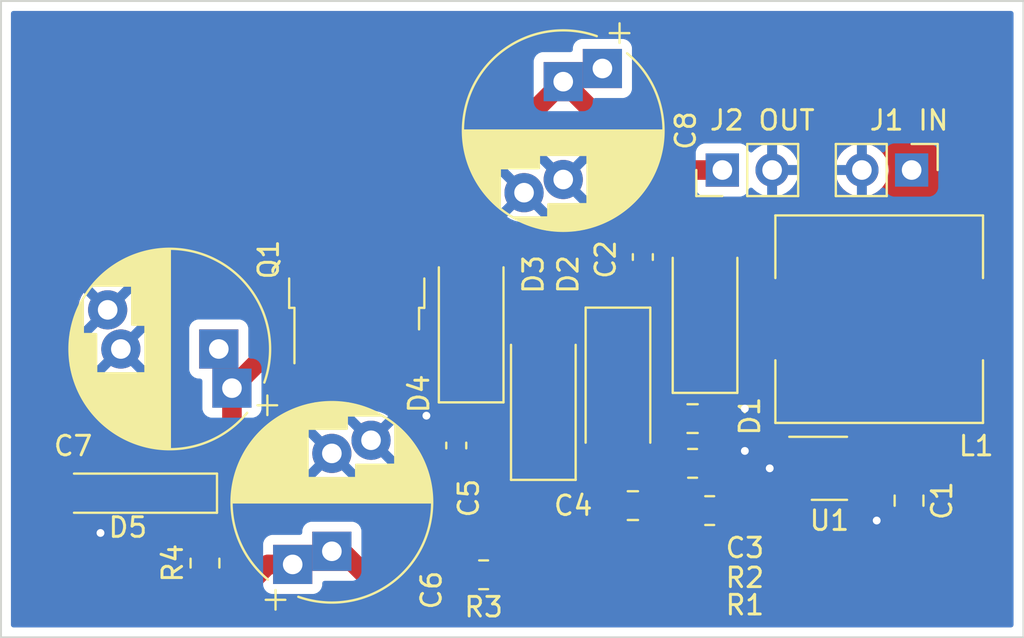
<source format=kicad_pcb>
(kicad_pcb (version 20211014) (generator pcbnew)
  (layers (0 "F.Cu" signal) (31 "B.Cu" signal) (34 "B.Paste" user) (35 "F.Paste" user) (36 "B.SilkS" user "B.Silkscreen") (37 "F.SilkS" user "F.Silkscreen") (38 "B.Mask" user) (39 "F.Mask" user) (44 "Edge.Cuts" user))
  (net 0 "")
  (net 1 "VDD")
  (net 2 "GND")
  (net 3 "Net-(C2-Pad1)")
  (net 4 "Net-(C2-Pad2)")
  (net 5 "Net-(C3-Pad2)")
  (net 6 "Net-(C4-Pad2)")
  (net 7 "Net-(C5-Pad1)")
  (net 8 "Net-(C7-Pad1)")
  (net 9 "+48V")
  (net 10 "Net-(R1-Pad2)")
  (footprint "Connector_PinHeader_2.54mm:PinHeader_1x02_P2.54mm_Vertical" (layer "F.Cu") (at 95.001 51.435 -90)
    (fp_text reference "J1 IN" (at -2.54 0.132 180) (layer "F.SilkS"))
    (fp_text value "Conn_01x02_Male")
    (pad "1" thru_hole rect (at 0 0 270) (size 1.7 1.7) (drill 1) (layers *.Cu *.Mask) (net 1 "VDD"))
    (pad "2" thru_hole oval (at 0 2.54 270) (size 1.7 1.7) (drill 1) (layers *.Cu *.Mask) (net 2 "GND"))
  )
  (footprint "Diode_SMD:D_SMA_Handsoldering" (layer "F.Cu") (at 72.517 58.905323 90)
    (fp_text reference "D4" (at -3.959677 -2.667 90) (layer "F.SilkS"))
    (fp_text value "D")
    (pad "1" smd rect (at -2.5 0 90) (size 3.5 1.8) (layers "F.Cu" "F.Paste" "F.Mask") (net 6 "Net-(C4-Pad2)"))
    (pad "2" smd rect (at 2.5 0 90) (size 3.5 1.8) (layers "F.Cu" "F.Paste" "F.Mask") (net 9 "+48V"))
  )
  (footprint "Resistor_SMD:R_0805_2012Metric_Pad1.20x1.40mm_HandSolder" (layer "F.Cu") (at 73.152 72.113323 180)
    (fp_text reference "R3" (at 0 -1.65) (layer "F.SilkS"))
    (fp_text value "R")
    (pad "1" smd roundrect (at -1 0 180) (size 1.2 1.4) (layers "F.Cu" "F.Paste" "F.Mask") (roundrect_rratio 0.2083333333) (net 6 "Net-(C4-Pad2)"))
    (pad "2" smd roundrect (at 1 0 180) (size 1.2 1.4) (layers "F.Cu" "F.Paste" "F.Mask") (roundrect_rratio 0.2083333333) (net 7 "Net-(C5-Pad1)"))
  )
  (footprint "Diode_SMD:D_SMA_Handsoldering" (layer "F.Cu") (at 84.455 58.42 90)
    (fp_text reference "D1" (at -5.588 2.286 90) (layer "F.SilkS"))
    (fp_text value "D_Schottky")
    (pad "1" smd rect (at -2.5 0 90) (size 3.5 1.8) (layers "F.Cu" "F.Paste" "F.Mask") (net 5 "Net-(C3-Pad2)"))
    (pad "2" smd rect (at 2.5 0 90) (size 3.5 1.8) (layers "F.Cu" "F.Paste" "F.Mask") (net 3 "Net-(C2-Pad1)"))
  )
  (footprint "Diode_SMD:D_SMA_Handsoldering" (layer "F.Cu") (at 76.2 62.865 90)
    (fp_text reference "D3" (at 6.096 -0.508 90) (layer "F.SilkS"))
    (fp_text value "D_Schottky")
    (pad "1" smd rect (at -2.5 0 90) (size 3.5 1.8) (layers "F.Cu" "F.Paste" "F.Mask") (net 6 "Net-(C4-Pad2)"))
    (pad "2" smd rect (at 2.5 0 90) (size 3.5 1.8) (layers "F.Cu" "F.Paste" "F.Mask") (net 4 "Net-(C2-Pad2)"))
  )
  (footprint "Resistor_SMD:R_0805_2012Metric_Pad1.20x1.40mm_HandSolder" (layer "F.Cu") (at 83.82 66.421)
    (fp_text reference "R2" (at 2.667 5.842) (layer "F.SilkS"))
    (fp_text value "R")
    (pad "1" smd roundrect (at -1 0) (size 1.2 1.4) (layers "F.Cu" "F.Paste" "F.Mask") (roundrect_rratio 0.2083333333) (net 10 "Net-(R1-Pad2)"))
    (pad "2" smd roundrect (at 1 0) (size 1.2 1.4) (layers "F.Cu" "F.Paste" "F.Mask") (roundrect_rratio 0.2083333333) (net 2 "GND"))
  )
  (footprint "Inductor_SMD:L_10.4x10.4_H4.8" (layer "F.Cu") (at 93.345 59.055 180)
    (fp_text reference "L1" (at -4.953 -6.477) (layer "F.SilkS"))
    (fp_text value "L")
    (pad "1" smd rect (at -4.15 0 180) (size 2.7 3.6) (layers "F.Cu" "F.Paste" "F.Mask") (net 1 "VDD"))
    (pad "2" smd rect (at 4.15 0 180) (size 2.7 3.6) (layers "F.Cu" "F.Paste" "F.Mask") (net 3 "Net-(C2-Pad1)"))
  )
  (footprint "Diode_SMD:D_SMA_Handsoldering" (layer "F.Cu") (at 80.01 62.865 -90)
    (fp_text reference "D2" (at -6.096 2.54 90) (layer "F.SilkS"))
    (fp_text value "D_Schottky")
    (pad "1" smd rect (at -2.5 0 270) (size 3.5 1.8) (layers "F.Cu" "F.Paste" "F.Mask") (net 4 "Net-(C2-Pad2)"))
    (pad "2" smd rect (at 2.5 0 270) (size 3.5 1.8) (layers "F.Cu" "F.Paste" "F.Mask") (net 5 "Net-(C3-Pad2)"))
  )
  (footprint "Capacitor_SMD:C_0805_2012Metric_Pad1.18x1.45mm_HandSolder" (layer "F.Cu") (at 94.869 68.326 -90)
    (fp_text reference "C1" (at 0 -1.68 90) (layer "F.SilkS"))
    (fp_text value "22u")
    (pad "1" smd roundrect (at -1.0375 0 270) (size 1.175 1.45) (layers "F.Cu" "F.Paste" "F.Mask") (roundrect_rratio 0.2127659574) (net 1 "VDD"))
    (pad "2" smd roundrect (at 1.0375 0 270) (size 1.175 1.45) (layers "F.Cu" "F.Paste" "F.Mask") (roundrect_rratio 0.2127659574) (net 2 "GND"))
  )
  (footprint "Capacitor_SMD:C_0805_2012Metric_Pad1.18x1.45mm_HandSolder" (layer "F.Cu") (at 83.82 64.135 180)
    (fp_text reference "C3" (at -2.667 -6.604) (layer "F.SilkS"))
    (fp_text value "4.7u")
    (pad "1" smd roundrect (at -1.0375 0 180) (size 1.175 1.45) (layers "F.Cu" "F.Paste" "F.Mask") (roundrect_rratio 0.2127659574) (net 2 "GND"))
    (pad "2" smd roundrect (at 1.0375 0 180) (size 1.175 1.45) (layers "F.Cu" "F.Paste" "F.Mask") (roundrect_rratio 0.2127659574) (net 5 "Net-(C3-Pad2)"))
  )
  (footprint "Connector_PinHeader_2.54mm:PinHeader_1x02_P2.54mm_Vertical" (layer "F.Cu") (at 85.339 51.435 90)
    (fp_text reference "J2 OUT" (at 2.54 2.037 180) (layer "F.SilkS"))
    (fp_text value "Conn_01x02_Male")
    (pad "1" thru_hole rect (at 0 0 90) (size 1.7 1.7) (drill 1) (layers *.Cu *.Mask) (net 9 "+48V"))
    (pad "2" thru_hole oval (at 0 2.54 90) (size 1.7 1.7) (drill 1) (layers *.Cu *.Mask) (net 2 "GND"))
  )
  (footprint "Capacitor_SMD:C_0603_1608Metric_Pad1.08x0.95mm_HandSolder" (layer "F.Cu") (at 71.755 65.509323 90)
    (fp_text reference "C5" (at -2.689677 0.635 90) (layer "F.SilkS"))
    (fp_text value "1u")
    (pad "1" smd roundrect (at -0.8625 0 90) (size 1.075 0.95) (layers "F.Cu" "F.Paste" "F.Mask") (net 7 "Net-(C5-Pad1)"))
    (pad "2" smd roundrect (at 0.8625 0 90) (size 1.075 0.95) (layers "F.Cu" "F.Paste" "F.Mask") (net 2 "GND"))
  )
  (footprint "Capacitor_SMD:C_0805_2012Metric_Pad1.18x1.45mm_HandSolder" (layer "F.Cu") (at 80.772 68.58)
    (fp_text reference "C4" (at -3.048 0) (layer "F.SilkS"))
    (fp_text value "4.7u")
    (pad "1" smd roundrect (at -1.0375 0) (size 1.175 1.45) (layers "F.Cu" "F.Paste" "F.Mask") (roundrect_rratio 0.2127659574) (net 5 "Net-(C3-Pad2)"))
    (pad "2" smd roundrect (at 1.0375 0) (size 1.175 1.45) (layers "F.Cu" "F.Paste" "F.Mask") (roundrect_rratio 0.2127659574) (net 6 "Net-(C4-Pad2)"))
  )
  (footprint "Package_TO_SOT_SMD:TO-252-3_TabPin4" (layer "F.Cu") (at 66.675 56.007 90)
    (fp_text reference "Q1" (at 0 -4.5 90) (layer "F.SilkS"))
    (fp_text value "Q_NPN_BCEC")
    (pad "1" smd rect (at -4.2 -2.28 90) (size 2.2 1.2) (layers "F.Cu" "F.Paste" "F.Mask") (net 8 "Net-(C7-Pad1)"))
    (pad "2" smd rect (at -4.2 0 90) (size 2.2 1.2) (layers "F.Cu" "F.Paste" "F.Mask") (net 6 "Net-(C4-Pad2)"))
    (pad "3" smd rect (at -4.2 2.28 90) (size 2.2 1.2) (layers "F.Cu" "F.Paste" "F.Mask") (net 9 "+48V"))
    (pad "4" smd rect (at 2.1 0 90) (size 6.4 5.8) (layers "F.Cu" "F.Mask") (net 6 "Net-(C4-Pad2)"))
  )
  (footprint "Resistor_SMD:R_0805_2012Metric_Pad1.20x1.40mm_HandSolder" (layer "F.Cu") (at 84.693 68.834)
    (fp_text reference "R1" (at 1.794 4.826) (layer "F.SilkS"))
    (fp_text value "R")
    (pad "1" smd roundrect (at -1 0) (size 1.2 1.4) (layers "F.Cu" "F.Paste" "F.Mask") (roundrect_rratio 0.2083333333) (net 6 "Net-(C4-Pad2)"))
    (pad "2" smd roundrect (at 1 0) (size 1.2 1.4) (layers "F.Cu" "F.Paste" "F.Mask") (roundrect_rratio 0.2083333333) (net 10 "Net-(R1-Pad2)"))
  )
  (footprint "Diode_SMD:D_MiniMELF_Handsoldering" (layer "F.Cu") (at 54.991 67.945 180)
    (fp_text reference "D5" (at 0 -1.75) (layer "F.SilkS"))
    (fp_text value "D_Zener")
    (pad "1" smd rect (at -2.75 0 180) (size 3.3 1.7) (layers "F.Cu" "F.Paste" "F.Mask") (net 8 "Net-(C7-Pad1)"))
    (pad "2" smd rect (at 2.75 0 180) (size 3.3 1.7) (layers "F.Cu" "F.Paste" "F.Mask") (net 2 "GND"))
  )
  (footprint "Package_TO_SOT_SMD:SOT-23-6_Handsoldering" (layer "F.Cu") (at 90.805 66.675)
    (fp_text reference "U1" (at 0 2.667) (layer "F.SilkS"))
    (fp_text value "SB6286")
    (pad "1" smd rect (at -1.35 -0.95) (size 1.56 0.65) (layers "F.Cu" "F.Paste" "F.Mask") (net 3 "Net-(C2-Pad1)"))
    (pad "2" smd rect (at -1.35 0) (size 1.56 0.65) (layers "F.Cu" "F.Paste" "F.Mask") (net 2 "GND"))
    (pad "3" smd rect (at -1.35 0.95) (size 1.56 0.65) (layers "F.Cu" "F.Paste" "F.Mask") (net 10 "Net-(R1-Pad2)"))
    (pad "4" smd rect (at 1.35 0.95) (size 1.56 0.65) (layers "F.Cu" "F.Paste" "F.Mask") (net 1 "VDD"))
    (pad "5" smd rect (at 1.35 0) (size 1.56 0.65) (layers "F.Cu" "F.Paste" "F.Mask") (net 1 "VDD"))
    (pad "6" smd rect (at 1.35 -0.95) (size 1.56 0.65) (layers "F.Cu" "F.Paste" "F.Mask"))
  )
  (footprint "Resistor_SMD:R_0805_2012Metric_Pad1.20x1.40mm_HandSolder" (layer "F.Cu") (at 58.928 71.517 90)
    (fp_text reference "R4" (at 0 -1.65 90) (layer "F.SilkS"))
    (fp_text value "R")
    (pad "1" smd roundrect (at -1 0 90) (size 1.2 1.4) (layers "F.Cu" "F.Paste" "F.Mask") (roundrect_rratio 0.2083333333) (net 7 "Net-(C5-Pad1)"))
    (pad "2" smd roundrect (at 1 0 90) (size 1.2 1.4) (layers "F.Cu" "F.Paste" "F.Mask") (roundrect_rratio 0.2083333333) (net 8 "Net-(C7-Pad1)"))
  )
  (footprint "Capacitor_THT:CP_Radial_D10.0mm_P5.00mm_P7.50mm" (layer "F.Cu") (at 77.216 46.920323 -90)
    (fp_text reference "C8" (at 2.5 -6.25 90) (layer "F.SilkS"))
    (fp_text value "C_Polarized")
    (pad "1" thru_hole rect (at -0.672144 -2 270) (size 2 2) (drill 1) (layers *.Cu *.Mask) (net 9 "+48V"))
    (pad "1" thru_hole rect (at 0 0 270) (size 2 2) (drill 1) (layers *.Cu *.Mask) (net 9 "+48V"))
    (pad "2" thru_hole circle (at 5.672144 2 270) (size 2 2) (drill 1) (layers *.Cu *.Mask) (net 2 "GND"))
    (pad "2" thru_hole circle (at 5 0 270) (size 2 2) (drill 1) (layers *.Cu *.Mask) (net 2 "GND"))
  )
  (footprint "Capacitor_THT:CP_Radial_D10.0mm_P5.00mm_P7.50mm" (layer "F.Cu") (at 65.405 70.913 90)
    (fp_text reference "C6" (at -1.985 5.08 90) (layer "F.SilkS"))
    (fp_text value "C_Polarized")
    (pad "1" thru_hole rect (at 0 0 90) (size 2 2) (drill 1) (layers *.Cu *.Mask) (net 7 "Net-(C5-Pad1)"))
    (pad "1" thru_hole rect (at -0.672144 -2 90) (size 2 2) (drill 1) (layers *.Cu *.Mask) (net 7 "Net-(C5-Pad1)"))
    (pad "2" thru_hole circle (at 5.672144 2 90) (size 2 2) (drill 1) (layers *.Cu *.Mask) (net 2 "GND"))
    (pad "2" thru_hole circle (at 5 0 90) (size 2 2) (drill 1) (layers *.Cu *.Mask) (net 2 "GND"))
  )
  (footprint "Capacitor_SMD:C_0603_1608Metric_Pad1.08x0.95mm_HandSolder" (layer "F.Cu") (at 81.28 55.88 -90)
    (fp_text reference "C2" (at 0.127 1.905 90) (layer "F.SilkS"))
    (fp_text value "1u")
    (pad "1" smd roundrect (at -0.8625 0 270) (size 1.075 0.95) (layers "F.Cu" "F.Paste" "F.Mask") (net 3 "Net-(C2-Pad1)"))
    (pad "2" smd roundrect (at 0.8625 0 270) (size 1.075 0.95) (layers "F.Cu" "F.Paste" "F.Mask") (net 4 "Net-(C2-Pad2)"))
  )
  (footprint "Capacitor_THT:CP_Radial_D10.0mm_P5.00mm_P7.50mm" (layer "F.Cu") (at 59.632677 60.579 180)
    (fp_text reference "C7" (at 7.435677 -4.953) (layer "F.SilkS"))
    (fp_text value "C_Polarized")
    (pad "1" thru_hole rect (at -0.672144 -2 180) (size 2 2) (drill 1) (layers *.Cu *.Mask) (net 8 "Net-(C7-Pad1)"))
    (pad "1" thru_hole rect (at 0 0 180) (size 2 2) (drill 1) (layers *.Cu *.Mask) (net 8 "Net-(C7-Pad1)"))
    (pad "2" thru_hole circle (at 5 0 180) (size 2 2) (drill 1) (layers *.Cu *.Mask) (net 2 "GND"))
    (pad "2" thru_hole circle (at 5.672144 2 180) (size 2 2) (drill 1) (layers *.Cu *.Mask) (net 2 "GND"))
  )
  (gr_rect (start 48.514 42.799) (end 100.711 75.311) (layer "Edge.Cuts") (width 0.1) (fill none))
  (gr_text "Infinus Electronics\n" (at 61.214 45.72) (layer "F.Cu") (effects (font (size 1.5 1.5) (thickness 0.3))))
  (segment (start 92.4345 67.2885) (end 92.202 67.056) (width 1) (layer "F.Cu") (net 1))
  (segment (start 97.409 59.055) (end 95.001 56.647) (width 1) (layer "F.Cu") (net 1))
  (segment (start 92.964 67.056) (end 92.202 67.056) (width 1) (layer "F.Cu") (net 1))
  (segment (start 97.495 59.055) (end 97.409 59.055) (width 1) (layer "F.Cu") (net 1))
  (segment (start 94.869 67.2885) (end 92.4345 67.2885) (width 1) (layer "F.Cu") (net 1))
  (segment (start 97.495 59.055) (end 97.495 62.525) (width 1) (layer "F.Cu") (net 1))
  (segment (start 92.155 67.103) (end 92.202 67.056) (width 1) (layer "F.Cu") (net 1))
  (segment (start 97.495 62.525) (end 92.964 67.056) (width 1) (layer "F.Cu") (net 1))
  (segment (start 95.001 56.647) (end 95.001 51.435) (width 1) (layer "F.Cu") (net 1))
  (segment (start 88.138 66.675) (end 87.757 66.675) (width 0.25) (layer "F.Cu") (net 2))
  (segment (start 89.455 66.675) (end 88.138 66.675) (width 0.25) (layer "F.Cu") (net 2))
  (segment (start 52.241 67.945) (end 52.241 68.624) (width 1) (layer "F.Cu") (net 2))
  (segment (start 84.82 66.421) (end 85.852 66.421) (width 1) (layer "F.Cu") (net 2))
  (segment (start 93.2395 69.3635) (end 93.218 69.342) (width 1) (layer "F.Cu") (net 2))
  (segment (start 85.852 66.421) (end 86.487 65.786) (width 1) (layer "F.Cu") (net 2))
  (segment (start 70.8925 64.646823) (end 70.231 63.985323) (width 1) (layer "F.Cu") (net 2))
  (segment (start 84.8575 64.135) (end 85.979 64.135) (width 1) (layer "F.Cu") (net 2))
  (segment (start 52.241 68.624) (end 53.594 69.977) (width 1) (layer "F.Cu") (net 2))
  (segment (start 94.869 69.3635) (end 93.2395 69.3635) (width 1) (layer "F.Cu") (net 2))
  (segment (start 85.979 64.135) (end 86.487 63.627) (width 1) (layer "F.Cu") (net 2))
  (segment (start 71.755 64.646823) (end 70.8925 64.646823) (width 1) (layer "F.Cu") (net 2))
  (via (at 93.218 69.342) (size 0.8) (drill 0.4) (layers "F.Cu" "B.Cu") (net 2))
  (via (at 87.757 66.675) (size 0.8) (drill 0.4) (layers "F.Cu" "B.Cu") (net 2))
  (via (at 86.487 63.627) (size 0.8) (drill 0.4) (layers "F.Cu" "B.Cu") (net 2))
  (via (at 86.487 65.786) (size 0.8) (drill 0.4) (layers "F.Cu" "B.Cu") (net 2))
  (via (at 70.231 63.985323) (size 0.8) (drill 0.4) (layers "F.Cu" "B.Cu") (net 2))
  (via (at 53.594 69.977) (size 0.8) (drill 0.4) (layers "F.Cu" "B.Cu") (net 2))
  (segment (start 81.28 55.0175) (end 83.5525 55.0175) (width 1) (layer "F.Cu") (net 3))
  (segment (start 84.455 55.92) (end 86.06 55.92) (width 1) (layer "F.Cu") (net 3))
  (segment (start 89.195 59.055) (end 89.195 65.065) (width 1) (layer "F.Cu") (net 3))
  (segment (start 86.06 55.92) (end 89.195 59.055) (width 1) (layer "F.Cu") (net 3))
  (segment (start 83.5525 55.0175) (end 84.455 55.92) (width 1) (layer "F.Cu") (net 3))
  (segment (start 89.195 65.065) (end 89.535 65.405) (width 1) (layer "F.Cu") (net 3))
  (segment (start 81.28 59.095) (end 80.01 60.365) (width 1) (layer "F.Cu") (net 4))
  (segment (start 81.28 56.7425) (end 81.28 59.095) (width 1) (layer "F.Cu") (net 4))
  (segment (start 76.2 60.365) (end 80.01 60.365) (width 1) (layer "F.Cu") (net 4))
  (segment (start 84.455 60.92) (end 83.352 60.92) (width 1) (layer "F.Cu") (net 5))
  (segment (start 81.24 64.135) (end 80.01 65.365) (width 1) (layer "F.Cu") (net 5))
  (segment (start 80.01 65.365) (end 80.01 68.3045) (width 1) (layer "F.Cu") (net 5))
  (segment (start 83.352 60.92) (end 82.7825 61.4895) (width 1) (layer "F.Cu") (net 5))
  (segment (start 80.01 68.3045) (end 79.7345 68.58) (width 1) (layer "F.Cu") (net 5))
  (segment (start 82.7825 61.4895) (end 82.7825 64.135) (width 1) (layer "F.Cu") (net 5))
  (segment (start 82.7825 64.135) (end 81.24 64.135) (width 1) (layer "F.Cu") (net 5))
  (segment (start 78.232 70.485) (end 74.317677 70.485) (width 1) (layer "F.Cu") (net 6))
  (segment (start 78.232 70.485) (end 80.772 70.485) (width 1) (layer "F.Cu") (net 6))
  (segment (start 74.152 70.605323) (end 74.295 70.462323) (width 1) (layer "F.Cu") (net 6))
  (segment (start 73.406 62.294323) (end 72.517 61.405323) (width 1) (layer "F.Cu") (net 6))
  (segment (start 71.817677 61.405323) (end 70.739 62.484) (width 1) (layer "F.Cu") (net 6))
  (segment (start 74.317677 70.485) (end 74.295 70.462323) (width 1) (layer "F.Cu") (net 6))
  (segment (start 83.693 68.834) (end 82.423 68.834) (width 1) (layer "F.Cu") (net 6))
  (segment (start 74.295 70.462323) (end 73.406 69.573323) (width 1) (layer "F.Cu") (net 6))
  (segment (start 72.517 61.405323) (end 71.817677 61.405323) (width 1) (layer "F.Cu") (net 6))
  (segment (start 74.152 72.113323) (end 74.152 70.605323) (width 1) (layer "F.Cu") (net 6))
  (segment (start 76.2 68.453) (end 78.232 70.485) (width 1) (layer "F.Cu") (net 6))
  (segment (start 82.423 68.834) (end 82.0635 68.834) (width 1) (layer "F.Cu") (net 6))
  (segment (start 67.183 62.484) (end 66.675 61.976) (width 1) (layer "F.Cu") (net 6))
  (segment (start 66.675 60.207) (end 66.675 53.907) (width 1) (layer "F.Cu") (net 6))
  (segment (start 73.406 69.573323) (end 73.406 62.294323) (width 1) (layer "F.Cu") (net 6))
  (segment (start 76.2 65.365) (end 76.2 68.453) (width 1) (layer "F.Cu") (net 6))
  (segment (start 70.739 62.484) (end 67.183 62.484) (width 1) (layer "F.Cu") (net 6))
  (segment (start 82.0635 68.834) (end 81.8095 68.58) (width 1) (layer "F.Cu") (net 6))
  (segment (start 66.675 61.976) (end 66.675 60.207) (width 1) (layer "F.Cu") (net 6))
  (segment (start 80.772 70.485) (end 82.423 68.834) (width 1) (layer "F.Cu") (net 6))
  (segment (start 62.145856 71.585144) (end 61.214 72.517) (width 1) (layer "F.Cu") (net 7))
  (segment (start 71.755 66.371823) (end 71.755 71.716323) (width 1) (layer "F.Cu") (net 7))
  (segment (start 63.405 71.585144) (end 62.145856 71.585144) (width 1) (layer "F.Cu") (net 7))
  (segment (start 71.755 71.716323) (end 72.152 72.113323) (width 1) (layer "F.Cu") (net 7))
  (segment (start 61.214 72.517) (end 58.928 72.517) (width 1) (layer "F.Cu") (net 7))
  (segment (start 72.152 72.113323) (end 67.113323 72.113323) (width 1) (layer "F.Cu") (net 7))
  (segment (start 67.113323 72.113323) (end 66.04 71.04) (width 1) (layer "F.Cu") (net 7))
  (segment (start 64.395 60.207) (end 62.676821 60.207) (width 1) (layer "F.Cu") (net 8))
  (segment (start 60.304821 65.381179) (end 57.741 67.945) (width 1) (layer "F.Cu") (net 8))
  (segment (start 58.928 70.517) (end 58.928 69.132) (width 1) (layer "F.Cu") (net 8))
  (segment (start 62.676821 60.207) (end 60.304821 62.579) (width 1) (layer "F.Cu") (net 8))
  (segment (start 60.304821 62.579) (end 60.304821 65.381179) (width 1) (layer "F.Cu") (net 8))
  (segment (start 58.928 69.132) (end 57.741 67.945) (width 1) (layer "F.Cu") (net 8))
  (segment (start 85.339 51.435) (end 81.730677 51.435) (width 1) (layer "F.Cu") (net 9))
  (segment (start 81.730677 51.435) (end 77.216 46.920323) (width 1) (layer "F.Cu") (net 9))
  (segment (start 72.517 56.405323) (end 72.517 51.619323) (width 1) (layer "F.Cu") (net 9))
  (segment (start 72.517 56.645) (end 68.955 60.207) (width 1) (layer "F.Cu") (net 9))
  (segment (start 72.517 56.405323) (end 72.517 56.645) (width 1) (layer "F.Cu") (net 9))
  (segment (start 72.517 51.619323) (end 77.216 46.920323) (width 1) (layer "F.Cu") (net 9))
  (segment (start 85.693 67.85) (end 85.918 67.625) (width 0.25) (layer "F.Cu") (net 10))
  (segment (start 82.82 66.421) (end 82.82 66.437) (width 0.25) (layer "F.Cu") (net 10))
  (segment (start 85.693 68.834) (end 85.693 67.85) (width 0.25) (layer "F.Cu") (net 10))
  (segment (start 85.918 67.625) (end 89.455 67.625) (width 0.25) (layer "F.Cu") (net 10))
  (segment (start 82.82 66.437) (end 84.008 67.625) (width 0.25) (layer "F.Cu") (net 10))
  (segment (start 84.008 67.625) (end 85.918 67.625) (width 0.25) (layer "F.Cu") (net 10))
  (zone (net 3) (net_name "Net-(C2-Pad1)") (layer "F.Cu") (connect_pads yes (clearance 0.508)) (min_thickness 0.254) (fill yes (thermal_gap 0.508) (thermal_bridge_width 0.508))
    (polygon (pts (xy 90.043 55.499) (xy 90.932 57.404) (xy 90.932 66.167) (xy 88.646 66.04) (xy 88.646 60.96) (xy 87.63 60.96) (xy 87.63 58.547) (xy 82.931 58.547) (xy 82.931 55.626) (xy 80.645 55.626) (xy 80.645 53.594) (xy 90.043 53.594)))
  )
  (zone (net 1) (net_name "VDD") (layer "F.Cu") (connect_pads yes (clearance 0.508)) (min_thickness 0.254) (fill yes (thermal_gap 0.508) (thermal_bridge_width 0.508))
    (polygon (pts (xy 100.076 68.326) (xy 92.075 68.326) (xy 92.075 57.404) (xy 90.805 54.483) (xy 90.805 49.53) (xy 100.076 49.53)))
  )
  (zone (net 6) (net_name "Net-(C4-Pad2)") (layer "F.Cu") (connect_pads yes (clearance 0.508)) (min_thickness 0.254) (fill yes (thermal_gap 0.508) (thermal_bridge_width 0.508))
    (polygon (pts (xy 70.485 58.42) (xy 50.8 58.42) (xy 50.8 46.99) (xy 70.485 46.99)))
  )
  (zone (net 2) (net_name "GND") (layer "B.Cu") (connect_pads (clearance 0.508)) (min_thickness 0.254) (fill yes (thermal_gap 0.508) (thermal_bridge_width 0.508))
    (polygon (pts (xy 100.33 74.93) (xy 48.895 74.93) (xy 48.895 43.18) (xy 100.33 43.18)))
  )
)
</source>
